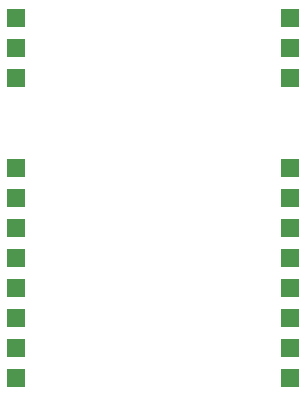
<source format=gtp>
G04 MADE WITH FRITZING*
G04 WWW.FRITZING.ORG*
G04 DOUBLE SIDED*
G04 HOLES PLATED*
G04 CONTOUR ON CENTER OF CONTOUR VECTOR*
%ASAXBY*%
%FSLAX23Y23*%
%MOIN*%
%OFA0B0*%
%SFA1.0B1.0*%
%LNPASTEMASK1*%
G90*
G70*
G36*
X632Y3932D02*
X632Y3873D01*
X573Y3873D01*
X573Y3932D01*
G37*
D02*
G36*
X632Y3832D02*
X632Y3773D01*
X573Y3773D01*
X573Y3832D01*
G37*
D02*
G36*
X632Y3732D02*
X632Y3673D01*
X573Y3673D01*
X573Y3732D01*
G37*
D02*
G36*
X632Y3433D02*
X632Y3374D01*
X573Y3374D01*
X573Y3433D01*
G37*
D02*
G36*
X632Y3333D02*
X632Y3274D01*
X573Y3274D01*
X573Y3333D01*
G37*
D02*
G36*
X632Y3233D02*
X632Y3174D01*
X573Y3174D01*
X573Y3233D01*
G37*
D02*
G36*
X632Y3133D02*
X632Y3074D01*
X573Y3074D01*
X573Y3133D01*
G37*
D02*
G36*
X632Y3033D02*
X632Y2974D01*
X573Y2974D01*
X573Y3033D01*
G37*
D02*
G36*
X632Y2933D02*
X632Y2874D01*
X573Y2874D01*
X573Y2933D01*
G37*
D02*
G36*
X632Y2833D02*
X632Y2774D01*
X573Y2774D01*
X573Y2833D01*
G37*
D02*
G36*
X632Y2733D02*
X632Y2674D01*
X573Y2674D01*
X573Y2733D01*
G37*
D02*
G36*
X1545Y2733D02*
X1545Y2674D01*
X1486Y2674D01*
X1486Y2733D01*
G37*
D02*
G36*
X1545Y2833D02*
X1545Y2774D01*
X1486Y2774D01*
X1486Y2833D01*
G37*
D02*
G36*
X1545Y2933D02*
X1545Y2874D01*
X1486Y2874D01*
X1486Y2933D01*
G37*
D02*
G36*
X1545Y3033D02*
X1545Y2974D01*
X1486Y2974D01*
X1486Y3033D01*
G37*
D02*
G36*
X1545Y3133D02*
X1545Y3074D01*
X1486Y3074D01*
X1486Y3133D01*
G37*
D02*
G36*
X1545Y3233D02*
X1545Y3174D01*
X1486Y3174D01*
X1486Y3233D01*
G37*
D02*
G36*
X1545Y3333D02*
X1545Y3274D01*
X1486Y3274D01*
X1486Y3333D01*
G37*
D02*
G36*
X1545Y3433D02*
X1545Y3374D01*
X1486Y3374D01*
X1486Y3433D01*
G37*
D02*
G36*
X1545Y3732D02*
X1545Y3673D01*
X1486Y3673D01*
X1486Y3732D01*
G37*
D02*
G36*
X1545Y3832D02*
X1545Y3773D01*
X1486Y3773D01*
X1486Y3832D01*
G37*
D02*
G36*
X1545Y3932D02*
X1545Y3873D01*
X1486Y3873D01*
X1486Y3932D01*
G37*
D02*
G04 End of PasteMask1*
M02*
</source>
